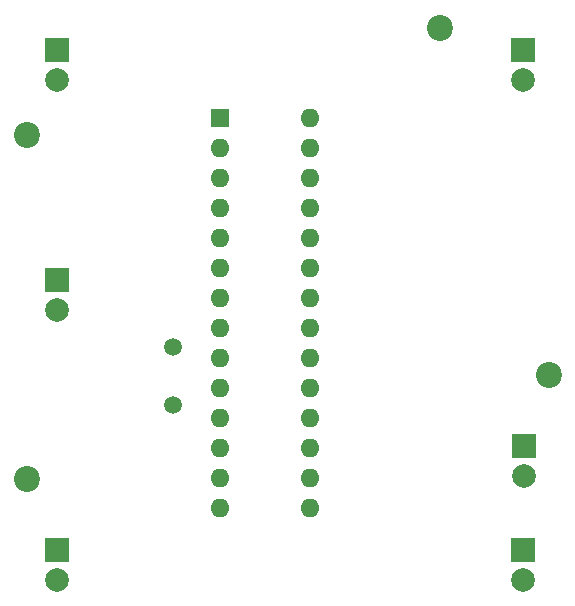
<source format=gbr>
%TF.GenerationSoftware,KiCad,Pcbnew,8.0.7*%
%TF.CreationDate,2024-12-22T15:55:52+01:00*%
%TF.ProjectId,circuit,63697263-7569-4742-9e6b-696361645f70,rev?*%
%TF.SameCoordinates,Original*%
%TF.FileFunction,Soldermask,Bot*%
%TF.FilePolarity,Negative*%
%FSLAX46Y46*%
G04 Gerber Fmt 4.6, Leading zero omitted, Abs format (unit mm)*
G04 Created by KiCad (PCBNEW 8.0.7) date 2024-12-22 15:55:52*
%MOMM*%
%LPD*%
G01*
G04 APERTURE LIST*
%ADD10C,2.000000*%
%ADD11R,2.000000X2.000000*%
%ADD12C,2.200000*%
%ADD13C,1.500000*%
%ADD14O,1.600000X1.600000*%
%ADD15R,1.600000X1.600000*%
G04 APERTURE END LIST*
D10*
%TO.C,J1.1.3*%
X254750000Y-91840000D03*
D11*
X254750000Y-89300000D03*
%TD*%
%TO.C,J1.1.1*%
X254750000Y-47000000D03*
D10*
X254750000Y-49540000D03*
%TD*%
%TO.C,J1.1.2*%
X215350000Y-49540000D03*
D11*
X215350000Y-47000000D03*
%TD*%
D10*
%TO.C,J1.2.2*%
X215350000Y-69040000D03*
D11*
X215350000Y-66500000D03*
%TD*%
D10*
%TO.C,J1.2.1*%
X254850000Y-83040000D03*
D11*
X254850000Y-80500000D03*
%TD*%
D12*
%TO.C,REF\u002A\u002A*%
X256950000Y-74500000D03*
%TD*%
%TO.C,REF\u002A\u002A*%
X212750000Y-83300000D03*
%TD*%
%TO.C,REF\u002A\u002A*%
X212750000Y-54200000D03*
%TD*%
D13*
%TO.C,Y1*%
X225150000Y-77025000D03*
X225150000Y-72125000D03*
%TD*%
D14*
%TO.C,U1*%
X236750000Y-52740000D03*
X236750000Y-55280000D03*
X236750000Y-57820000D03*
X236750000Y-60360000D03*
X236750000Y-62900000D03*
X236750000Y-65440000D03*
X236750000Y-67980000D03*
X236750000Y-70520000D03*
X236750000Y-73060000D03*
X236750000Y-75600000D03*
X236750000Y-78140000D03*
X236750000Y-80680000D03*
X236750000Y-83220000D03*
X236750000Y-85760000D03*
X229130000Y-85760000D03*
X229130000Y-83220000D03*
X229130000Y-80680000D03*
X229130000Y-78140000D03*
X229130000Y-75600000D03*
X229130000Y-73060000D03*
X229130000Y-70520000D03*
X229130000Y-67980000D03*
X229130000Y-65440000D03*
X229130000Y-62900000D03*
X229130000Y-60360000D03*
X229130000Y-57820000D03*
X229130000Y-55280000D03*
D15*
X229130000Y-52740000D03*
%TD*%
D10*
%TO.C,J1.1.4*%
X215350000Y-91840000D03*
D11*
X215350000Y-89300000D03*
%TD*%
D12*
%TO.C,REF\u002A\u002A*%
X247750000Y-45100000D03*
%TD*%
M02*

</source>
